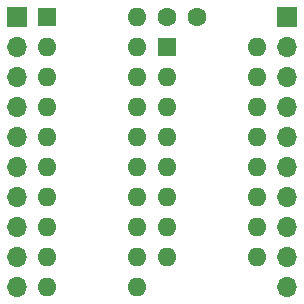
<source format=gbs>
G04 #@! TF.GenerationSoftware,KiCad,Pcbnew,(6.0.7-1)-1*
G04 #@! TF.CreationDate,2022-08-10T01:22:39+02:00*
G04 #@! TF.ProjectId,led_bar,6c65645f-6261-4722-9e6b-696361645f70,rev?*
G04 #@! TF.SameCoordinates,Original*
G04 #@! TF.FileFunction,Soldermask,Bot*
G04 #@! TF.FilePolarity,Negative*
%FSLAX46Y46*%
G04 Gerber Fmt 4.6, Leading zero omitted, Abs format (unit mm)*
G04 Created by KiCad (PCBNEW (6.0.7-1)-1) date 2022-08-10 01:22:39*
%MOMM*%
%LPD*%
G01*
G04 APERTURE LIST*
%ADD10C,1.600000*%
%ADD11R,1.600000X1.600000*%
%ADD12O,1.600000X1.600000*%
%ADD13R,1.700000X1.700000*%
%ADD14O,1.700000X1.700000*%
G04 APERTURE END LIST*
D10*
X152400000Y-124460000D03*
X154900000Y-124460000D03*
D11*
X152400000Y-127000000D03*
D12*
X152400000Y-129540000D03*
X152400000Y-132080000D03*
X152400000Y-134620000D03*
X152400000Y-137160000D03*
X152400000Y-139700000D03*
X152400000Y-142240000D03*
X152400000Y-144780000D03*
X160020000Y-144780000D03*
X160020000Y-142240000D03*
X160020000Y-139700000D03*
X160020000Y-137160000D03*
X160020000Y-134620000D03*
X160020000Y-132080000D03*
X160020000Y-129540000D03*
X160020000Y-127000000D03*
D11*
X142240000Y-124460000D03*
D12*
X142240000Y-127000000D03*
X142240000Y-129540000D03*
X142240000Y-132080000D03*
X142240000Y-134620000D03*
X142240000Y-137160000D03*
X142240000Y-139700000D03*
X142240000Y-142240000D03*
X142240000Y-144780000D03*
X142240000Y-147320000D03*
X149860000Y-147320000D03*
X149860000Y-144780000D03*
X149860000Y-142240000D03*
X149860000Y-139700000D03*
X149860000Y-137160000D03*
X149860000Y-134620000D03*
X149860000Y-132080000D03*
X149860000Y-129540000D03*
X149860000Y-127000000D03*
X149860000Y-124460000D03*
D13*
X139700000Y-124460000D03*
D14*
X139700000Y-127000000D03*
X139700000Y-129540000D03*
X139700000Y-132080000D03*
X139700000Y-134620000D03*
X139700000Y-137160000D03*
X139700000Y-139700000D03*
X139700000Y-142240000D03*
X139700000Y-144780000D03*
X139700000Y-147320000D03*
D13*
X162560000Y-124460000D03*
D14*
X162560000Y-127000000D03*
X162560000Y-129540000D03*
X162560000Y-132080000D03*
X162560000Y-134620000D03*
X162560000Y-137160000D03*
X162560000Y-139700000D03*
X162560000Y-142240000D03*
X162560000Y-144780000D03*
X162560000Y-147320000D03*
M02*

</source>
